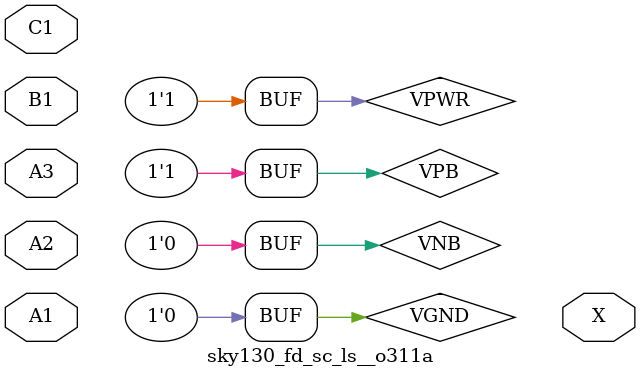
<source format=v>
module sky130_fd_sc_ls__o311a (
    //# {{data|Data Signals}}
    input  A1,
    input  A2,
    input  A3,
    input  B1,
    input  C1,
    output X
);
    // Voltage supply signals
    supply1 VPWR;
    supply0 VGND;
    supply1 VPB ;
    supply0 VNB ;
endmodule
</source>
